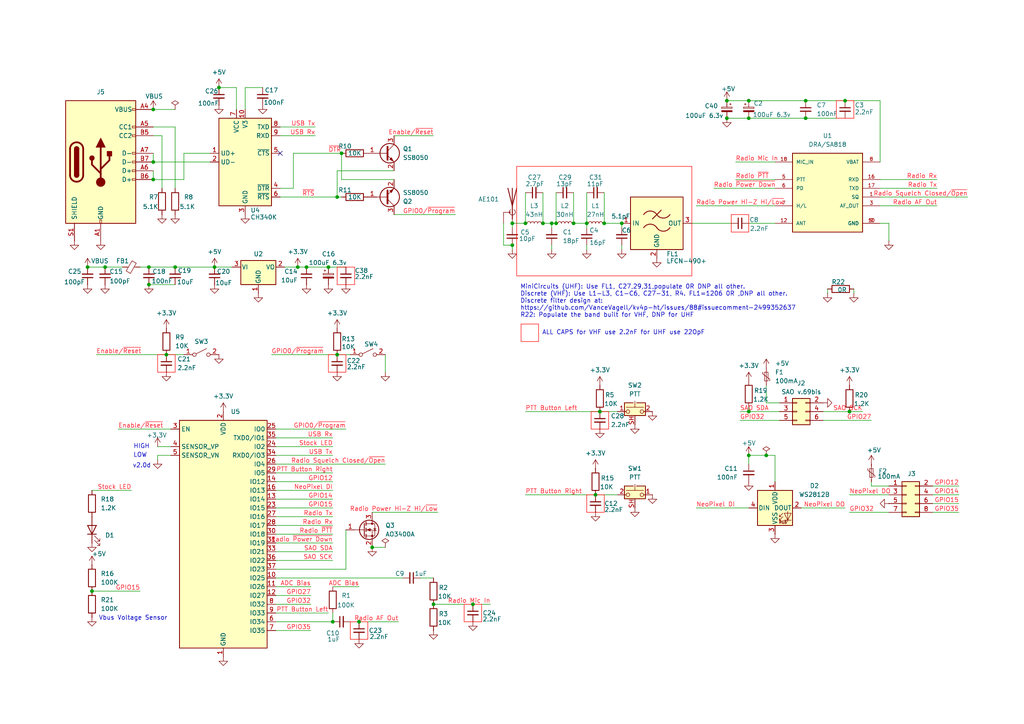
<source format=kicad_sch>
(kicad_sch (version 20250114) (generator "eeschema") (generator_version "9.0")
  (paper "A4")
  (title_block (title "kv4P HT MagSafe") (date "2026-02-14") (rev "revA") (company "VanceVagell") (comment 1 "https://github.com/VanceVagell/kv4p-ht") (comment 2 "v2 hardware by @SmittyHalibut") (comment 3 "MagSafe-version Designed by BI4WMS Labs | Open Source Hardware"))
  (text "MiniCircuits (UHF): Use FL1, C27,29,31,populate 0R DNP all other.\nDiscrete (VHF): Use L1-L3, C1-C6, C27-31, R4. FL1=1206 0R ,DNP all other.\nDiscrete filter design at:\nhttps://github.com/VanceVagell/kv4p-ht/issues/88#issuecomment-2499352637\nR22: Populate the band built for VHF, DNP for UHF" (at 150.876 87.376 0) (effects (font (size 1.27 1.27)) (justify left)))
  (text "ALL CAPS for VHF use 2.2nF for UHF use 22OpF" (at 157.226 96.52 0) (effects (font (size 1.27 1.27)) (justify left)))
  (text "v2.0d" (at 41.148 135.128 0) (effects (font (size 1.27 1.27))))
  (text "LOW" (at 42.672 132.08 0) (effects (font (size 1.27 1.27)) (justify right)))
  (text "HIGH" (at 43.434 129.54 0) (effects (font (size 1.27 1.27)) (justify right)))
  (text "Vbus Voltage Sensor" (at 38.608 179.324 0) (effects (font (size 1.27 1.27))))
  (text_box "" (at 45.72 102.87 0) (size 5.08 5.08) (margins 0.9525 0.9525 0.9525 0.9525) (stroke (width 0) (color 255 5 2 1)) (effects (font (size 1.27 1.27)) (justify left top)))
  (text_box "" (at 95.25 102.87 0) (size 5.08 5.08) (margins 0.9525 0.9525 0.9525 0.9525) (stroke (width 0) (color 255 5 2 1)) (effects (font (size 1.27 1.27)) (justify left top)))
  (text_box "" (at 97.79 77.47 0) (size 5.08 5.08) (margins 0.9525 0.9525 0.9525 0.9525) (stroke (width 0) (color 255 5 2 1)) (effects (font (size 1.27 1.27)) (justify left top)))
  (text_box "" (at 171.45 119.38 0) (size 5.08 5.08) (margins 0.9525 0.9525 0.9525 0.9525) (stroke (width 0) (color 255 5 2 1)) (effects (font (size 1.27 1.27)) (justify left top)))
  (text_box "" (at 149.86 48.26 0) (size 50.8 31.75) (margins 0.9525 0.9525 0.9525 0.9525) (stroke (width 0) (color 255 5 2 1)) (effects (font (size 1.27 1.27)) (justify left top)))
  (text_box "" (at 151.13 93.98 0) (size 5.08 5.08) (margins 0.9525 0.9525 0.9525 0.9525) (stroke (width 0) (color 255 5 2 1)) (effects (font (size 1.27 1.27)) (justify left top)))
  (text_box "" (at 212.09 62.23 0) (size 5.08 5.08) (margins 0.9525 0.9525 0.9525 0.9525) (stroke (width 0) (color 255 5 2 1)) (effects (font (size 1.27 1.27)) (justify left top)))
  (text_box "" (at 101.6 180.34 0) (size 5.08 5.08) (margins 0.9525 0.9525 0.9525 0.9525) (stroke (width 0) (color 255 5 2 1)) (effects (font (size 1.27 1.27)) (justify left top)))
  (text_box "" (at 242.57 29.21 0) (size 5.08 5.08) (margins 0.9525 0.9525 0.9525 0.9525) (stroke (width 0) (color 255 5 2 1)) (effects (font (size 1.27 1.27)) (justify left top)))
  (text_box "" (at 170.18 143.51 0) (size 5.08 5.08) (margins 0.9525 0.9525 0.9525 0.9525) (stroke (width 0) (color 255 5 2 1)) (effects (font (size 1.27 1.27)) (justify left top)))
  (text_box "" (at 134.62 175.26 0) (size 5.08 5.08) (margins 0.9525 0.9525 0.9525 0.9525) (stroke (width 0) (color 255 5 2 1)) (effects (font (size 1.27 1.27)) (justify left top)))
  (junction (at 44.45 52.07))
  (junction (at 97.79 102.87))
  (junction (at 107.95 158.75))
  (junction (at 217.17 34.29))
  (junction (at 97.79 57.15))
  (junction (at 217.17 119.38))
  (junction (at 173.99 119.38))
  (junction (at 180.34 64.77))
  (junction (at 210.82 29.21))
  (junction (at 30.48 77.47))
  (junction (at 99.06 44.45))
  (junction (at 217.17 29.21))
  (junction (at 104.14 180.34))
  (junction (at 157.48 64.77))
  (junction (at 62.23 77.47))
  (junction (at 26.67 171.45))
  (junction (at 175.26 64.77))
  (junction (at 217.17 132.08))
  (junction (at 222.25 132.08))
  (junction (at 148.59 64.77))
  (junction (at 88.9 77.47))
  (junction (at 246.38 119.38))
  (junction (at 137.16 175.26))
  (junction (at 63.5 25.4))
  (junction (at 96.52 180.34))
  (junction (at 172.72 143.51))
  (junction (at 161.29 64.77))
  (junction (at 233.68 34.29))
  (junction (at 245.11 29.21))
  (junction (at 44.45 31.75))
  (junction (at 44.45 46.99))
  (junction (at 152.4 64.77))
  (junction (at 86.36 77.47))
  (junction (at 160.02 64.77))
  (junction (at 25.4 77.47))
  (junction (at 95.25 77.47))
  (junction (at 125.73 175.26))
  (junction (at 43.18 77.47))
  (junction (at 48.26 102.87))
  (junction (at 43.18 82.55))
  (junction (at 233.68 29.21))
  (junction (at 210.82 34.29))
  (junction (at 50.8 77.47))
  (junction (at 148.59 71.12))
  (junction (at 170.18 64.77))
  (junction (at 166.37 64.77))
  (no_connect (at 81.28 44.45))
  (wire (pts (xy 217.17 64.77) (xy 224.79 64.77)))
  (wire (pts (xy 90.17 182.88) (xy 80.01 182.88)))
  (wire (pts (xy 217.17 34.29) (xy 233.68 34.29)))
  (wire (pts (xy 96.52 139.7) (xy 80.01 139.7)))
  (wire (pts (xy 96.52 160.02) (xy 80.01 160.02)))
  (wire (pts (xy 233.68 34.29) (xy 245.11 34.29)))
  (wire (pts (xy 278.13 143.51) (xy 270.51 143.51)))
  (wire (pts (xy 96.52 154.94) (xy 80.01 154.94)))
  (wire (pts (xy 114.3 52.07) (xy 99.06 52.07)))
  (wire (pts (xy 40.64 171.45) (xy 26.67 171.45)))
  (wire (pts (xy 201.93 147.32) (xy 217.17 147.32)))
  (wire (pts (xy 271.78 52.07) (xy 255.27 52.07)))
  (wire (pts (xy 82.55 77.47) (xy 86.36 77.47)))
  (wire (pts (xy 44.45 36.83) (xy 50.8 36.83)))
  (wire (pts (xy 246.38 148.59) (xy 257.81 148.59)))
  (wire (pts (xy 43.18 82.55) (xy 50.8 82.55)))
  (wire (pts (xy 160.02 71.12) (xy 160.02 72.39)))
  (wire (pts (xy 217.17 29.21) (xy 233.68 29.21)))
  (wire (pts (xy 63.5 25.4) (xy 68.58 25.4)))
  (wire (pts (xy 175.26 55.88) (xy 175.26 64.77)))
  (wire (pts (xy 170.18 64.77) (xy 170.18 66.04)))
  (wire (pts (xy 152.4 55.88) (xy 152.4 64.77)))
  (wire (pts (xy 114.3 49.53) (xy 97.79 49.53)))
  (wire (pts (xy 85.09 54.61) (xy 81.28 54.61)))
  (wire (pts (xy 40.64 77.47) (xy 43.18 77.47)))
  (wire (pts (xy 224.79 132.08) (xy 222.25 132.08)))
  (wire (pts (xy 107.95 148.59) (xy 127 148.59)))
  (wire (pts (xy 200.66 64.77) (xy 212.09 64.77)))
  (wire (pts (xy 278.13 148.59) (xy 270.51 148.59)))
  (wire (pts (xy 180.34 64.77) (xy 180.34 66.04)))
  (wire (pts (xy 85.09 44.45) (xy 99.06 44.45)))
  (wire (pts (xy 44.45 31.75) (xy 50.8 31.75)))
  (wire (pts (xy 170.18 55.88) (xy 170.18 64.77)))
  (wire (pts (xy 238.76 119.38) (xy 246.38 119.38)))
  (wire (pts (xy 44.45 52.07) (xy 53.34 52.07)))
  (wire (pts (xy 213.36 46.99) (xy 224.79 46.99)))
  (wire (pts (xy 148.59 72.39) (xy 148.59 71.12)))
  (wire (pts (xy 44.45 44.45) (xy 44.45 46.99)))
  (wire (pts (xy 45.72 133.35) (xy 45.72 132.08)))
  (wire (pts (xy 90.17 175.26) (xy 80.01 175.26)))
  (wire (pts (xy 44.45 39.37) (xy 46.99 39.37)))
  (wire (pts (xy 222.25 116.84) (xy 226.06 116.84)))
  (wire (pts (xy 91.44 39.37) (xy 81.28 39.37)))
  (wire (pts (xy 245.11 29.21) (xy 255.27 29.21)))
  (wire (pts (xy 172.72 143.51) (xy 179.07 143.51)))
  (wire (pts (xy 96.52 157.48) (xy 80.01 157.48)))
  (wire (pts (xy 252.73 140.97) (xy 257.81 140.97)))
  (wire (pts (xy 85.09 54.61) (xy 85.09 44.45)))
  (wire (pts (xy 137.16 175.26) (xy 142.24 175.26)))
  (wire (pts (xy 80.01 177.8) (xy 95.25 177.8)))
  (wire (pts (xy 245.11 147.32) (xy 232.41 147.32)))
  (wire (pts (xy 99.06 52.07) (xy 99.06 44.45)))
  (wire (pts (xy 88.9 77.47) (xy 95.25 77.47)))
  (wire (pts (xy 50.8 77.47) (xy 62.23 77.47)))
  (wire (pts (xy 78.74 102.87) (xy 97.79 102.87)))
  (wire (pts (xy 101.6 180.34) (xy 104.14 180.34)))
  (wire (pts (xy 46.99 54.61) (xy 46.99 39.37)))
  (wire (pts (xy 214.63 121.92) (xy 226.06 121.92)))
  (wire (pts (xy 53.34 44.45) (xy 53.34 52.07)))
  (wire (pts (xy 97.79 102.87) (xy 101.6 102.87)))
  (wire (pts (xy 161.29 55.88) (xy 161.29 64.77)))
  (wire (pts (xy 224.79 139.7) (xy 224.79 132.08)))
  (wire (pts (xy 96.52 127) (xy 80.01 127)))
  (wire (pts (xy 210.82 34.29) (xy 217.17 34.29)))
  (wire (pts (xy 97.79 57.15) (xy 99.06 57.15)))
  (wire (pts (xy 71.12 31.75) (xy 71.12 25.4)))
  (wire (pts (xy 175.26 64.77) (xy 180.34 64.77)))
  (wire (pts (xy 91.44 36.83) (xy 81.28 36.83)))
  (wire (pts (xy 80.01 180.34) (xy 96.52 180.34)))
  (wire (pts (xy 157.48 64.77) (xy 160.02 64.77)))
  (wire (pts (xy 170.18 71.12) (xy 170.18 72.39)))
  (wire (pts (xy 148.59 64.77) (xy 152.4 64.77)))
  (wire (pts (xy 152.4 119.38) (xy 173.99 119.38)))
  (wire (pts (xy 210.82 29.21) (xy 217.17 29.21)))
  (wire (pts (xy 233.68 29.21) (xy 245.11 29.21)))
  (wire (pts (xy 160.02 64.77) (xy 161.29 64.77)))
  (wire (pts (xy 96.52 147.32) (xy 80.01 147.32)))
  (wire (pts (xy 114.3 62.23) (xy 132.08 62.23)))
  (wire (pts (xy 68.58 31.75) (xy 68.58 25.4)))
  (wire (pts (xy 121.92 167.64) (xy 125.73 167.64)))
  (wire (pts (xy 278.13 146.05) (xy 270.51 146.05)))
  (wire (pts (xy 246.38 143.51) (xy 257.81 143.51)))
  (wire (pts (xy 30.48 77.47) (xy 35.56 77.47)))
  (wire (pts (xy 104.14 180.34) (xy 115.57 180.34)))
  (wire (pts (xy 173.99 119.38) (xy 179.07 119.38)))
  (wire (pts (xy 217.17 118.11) (xy 217.17 119.38)))
  (wire (pts (xy 96.52 132.08) (xy 80.01 132.08)))
  (wire (pts (xy 180.34 71.12) (xy 180.34 72.39)))
  (wire (pts (xy 160.02 64.77) (xy 160.02 66.04)))
  (wire (pts (xy 217.17 132.08) (xy 222.25 132.08)))
  (wire (pts (xy 96.52 152.4) (xy 80.01 152.4)))
  (wire (pts (xy 280.67 57.15) (xy 255.27 57.15)))
  (wire (pts (xy 148.59 66.04) (xy 148.59 64.77)))
  (wire (pts (xy 146.05 64.77) (xy 146.05 71.12)))
  (wire (pts (xy 240.03 85.09) (xy 240.03 83.82)))
  (wire (pts (xy 257.81 64.77) (xy 257.81 69.85)))
  (wire (pts (xy 214.63 119.38) (xy 217.17 119.38)))
  (wire (pts (xy 48.26 102.87) (xy 53.34 102.87)))
  (wire (pts (xy 96.52 177.8) (xy 96.52 180.34)))
  (wire (pts (xy 166.37 64.77) (xy 170.18 64.77)))
  (wire (pts (xy 45.72 132.08) (xy 49.53 132.08)))
  (wire (pts (xy 271.78 54.61) (xy 255.27 54.61)))
  (wire (pts (xy 80.01 167.64) (xy 116.84 167.64)))
  (wire (pts (xy 252.73 121.92) (xy 238.76 121.92)))
  (wire (pts (xy 255.27 64.77) (xy 257.81 64.77)))
  (wire (pts (xy 207.01 54.61) (xy 224.79 54.61)))
  (wire (pts (xy 96.52 137.16) (xy 80.01 137.16)))
  (wire (pts (xy 80.01 165.1) (xy 100.33 165.1)))
  (wire (pts (xy 125.73 175.26) (xy 137.16 175.26)))
  (wire (pts (xy 217.17 119.38) (xy 226.06 119.38)))
  (wire (pts (xy 96.52 142.24) (xy 80.01 142.24)))
  (wire (pts (xy 34.29 124.46) (xy 49.53 124.46)))
  (wire (pts (xy 247.65 83.82) (xy 247.65 85.09)))
  (wire (pts (xy 80.01 172.72) (xy 90.17 172.72)))
  (wire (pts (xy 217.17 132.08) (xy 217.17 134.62)))
  (wire (pts (xy 44.45 49.53) (xy 44.45 52.07)))
  (wire (pts (xy 25.4 77.47) (xy 30.48 77.47)))
  (wire (pts (xy 43.18 77.47) (xy 50.8 77.47)))
  (wire (pts (xy 252.73 139.7) (xy 252.73 140.97)))
  (wire (pts (xy 271.78 59.69) (xy 255.27 59.69)))
  (wire (pts (xy 278.13 140.97) (xy 270.51 140.97)))
  (wire (pts (xy 255.27 46.99) (xy 255.27 29.21)))
  (wire (pts (xy 62.23 77.47) (xy 67.31 77.47)))
  (wire (pts (xy 222.25 111.76) (xy 222.25 116.84)))
  (wire (pts (xy 96.52 144.78) (xy 80.01 144.78)))
  (wire (pts (xy 111.76 102.87) (xy 111.76 107.95)))
  (wire (pts (xy 26.67 142.24) (xy 38.1 142.24)))
  (wire (pts (xy 246.38 119.38) (xy 250.19 119.38)))
  (wire (pts (xy 146.05 71.12) (xy 148.59 71.12)))
  (wire (pts (xy 96.52 149.86) (xy 80.01 149.86)))
  (wire (pts (xy 44.45 46.99) (xy 60.96 46.99)))
  (wire (pts (xy 114.3 39.37) (xy 125.73 39.37)))
  (wire (pts (xy 50.8 54.61) (xy 50.8 36.83)))
  (wire (pts (xy 27.94 102.87) (xy 48.26 102.87)))
  (wire (pts (xy 213.36 52.07) (xy 224.79 52.07)))
  (wire (pts (xy 100.33 165.1) (xy 100.33 153.67)))
  (wire (pts (xy 97.79 49.53) (xy 97.79 57.15)))
  (wire (pts (xy 96.52 129.54) (xy 80.01 129.54)))
  (wire (pts (xy 60.96 44.45) (xy 53.34 44.45)))
  (wire (pts (xy 90.17 170.18) (xy 80.01 170.18)))
  (wire (pts (xy 107.95 158.75) (xy 111.76 158.75)))
  (wire (pts (xy 157.48 55.88) (xy 157.48 64.77)))
  (wire (pts (xy 166.37 55.88) (xy 166.37 64.77)))
  (wire (pts (xy 172.72 143.51) (xy 152.4 143.51)))
  (wire (pts (xy 86.36 77.47) (xy 88.9 77.47)))
  (wire (pts (xy 96.52 162.56) (xy 80.01 162.56)))
  (wire (pts (xy 80.01 124.46) (xy 100.33 124.46)))
  (wire (pts (xy 80.01 134.62) (xy 111.76 134.62)))
  (wire (pts (xy 201.93 59.69) (xy 224.79 59.69)))
  (wire (pts (xy 104.14 170.18) (xy 96.52 170.18)))
  (wire (pts (xy 71.12 25.4) (xy 76.2 25.4)))
  (wire (pts (xy 95.25 77.47) (xy 100.33 77.47)))
  (wire (pts (xy 45.72 129.54) (xy 49.53 129.54)))
  (wire (pts (xy 81.28 57.15) (xy 97.79 57.15)))
  (label "PTT Button Left" (at 95.25 177.8 180))
  (label "GPIO15" (at 96.52 147.32 180))
  (label "Enable{slash}~{Reset}" (at 27.94 102.87 0))
  (label "Radio ~{PTT}" (at 213.36 52.07 0))
  (label "USB Rx" (at 91.44 39.37 180))
  (label "Radio Mic In" (at 142.24 175.26 180))
  (label "Stock LED" (at 96.52 129.54 180))
  (label "USB Tx" (at 91.44 36.83 180))
  (label "USB Rx" (at 96.52 127 180))
  (label "GPIO32" (at 90.17 175.26 180))
  (label "SAO SDA" (at 214.63 119.38 0))
  (label "Radio AF Out" (at 271.78 59.69 180))
  (label "Radio ~{Power Down}" (at 96.52 157.48 180))
  (label "Stock LED" (at 38.1 142.24 180))
  (label "NeoPixel DO" (at 246.38 143.51 0))
  (label "NeoPixel DI" (at 201.93 147.32 0))
  (label "Radio Squelch Closed{slash}~{Open}" (at 280.67 57.15 180))
  (label "GPIO35" (at 278.13 148.59 180))
  (label "Radio Tx" (at 271.78 54.61 180))
  (label "Radio AF Out" (at 115.57 180.34 180))
  (label "Radio Rx" (at 271.78 52.07 180))
  (label "GPIO14" (at 96.52 144.78 180))
  (label "GPIO0{slash}~{Program}" (at 132.08 62.23 180))
  (label "~{RTS}" (at 87.63 57.15 0))
  (label "GPIO15" (at 278.13 146.05 180))
  (label "Radio Squelch Closed{slash}~{Open}" (at 111.76 134.62 180))
  (label "GPIO12" (at 96.52 139.7 180))
  (label "Radio Power Hi-Z Hi{slash}~{Low}" (at 127 148.59 180))
  (label "SAO SCK" (at 96.52 162.56 180))
  (label "PTT Button Left" (at 152.4 119.38 0))
  (label "ADC Bias" (at 104.14 170.18 180))
  (label "Radio Power Hi-Z Hi{slash}~{Low}" (at 201.93 59.69 0))
  (label "USB Tx" (at 96.52 132.08 180))
  (label "Radio Rx" (at 96.52 152.4 180))
  (label "Enable{slash}~{Reset}" (at 34.29 124.46 0))
  (label "SAO SCK" (at 250.19 119.38 180))
  (label "GPIO0{slash}~{Program}" (at 100.33 124.46 180))
  (label "GPIO27" (at 252.73 121.92 180))
  (label "Enable{slash}~{Reset}" (at 125.73 39.37 180))
  (label "SAO SDA" (at 96.52 160.02 180))
  (label "NeoPixel DI" (at 96.52 142.24 180))
  (label "~{DTR}" (at 95.25 44.45 0))
  (label "GPIO0{slash}~{Program}" (at 78.74 102.87 0))
  (label "Radio Tx" (at 96.52 149.86 180))
  (label "GPIO35" (at 90.17 182.88 180))
  (label "GPIO12" (at 278.13 140.97 180))
  (label "Radio ~{Power Down}" (at 207.01 54.61 0))
  (label "ADC Bias" (at 90.17 170.18 180))
  (label "Radio ~{PTT}" (at 96.52 154.94 180))
  (label "GPIO27" (at 90.17 172.72 180))
  (label "PTT Button Right" (at 152.4 143.51 0))
  (label "Radio Mic In" (at 213.36 46.99 0))
  (label "GPIO32" (at 246.38 148.59 0))
  (label "PTT Button Right" (at 96.52 137.16 180))
  (label "GPIO32" (at 214.63 121.92 0))
  (label "NeoPixel DO" (at 245.11 147.32 180))
  (label "GPIO14" (at 278.13 143.51 180))
  (label "GPIO15" (at 40.64 171.45 180))
  (symbol (lib_id "Device:C_Small") (at 173.99 121.92 0) (unit 1)
    (property "Reference" "C28" (at 177.165 120.6562 0) (effects (justify left)))
    (property "Value" "2.2nF" (at 177.165 123.1962 0) (effects (justify left)))
    (property "Footprint" "Capacitor_SMD:C_0402_1005Metric" (effects (hide yes)))
    (property "Description" "Unpolarized capacitor, small symbol" (effects (hide yes)))
    (property "LCSC" "C2168957" (effects (hide yes)))
    (property "Manufacturer" "Murata" (effects (hide yes)))
    (property "Part Number" "GCM1885C1H222FA16D" (effects (hide yes)))
    (property "Alternate LCSC" "C882578, C2168957" (effects (hide yes)))
  )
  (symbol (lib_id "Device:R") (at 172.72 139.7 0) (unit 1)
    (property "Reference" "R15" (at 174.244 138.684 0) (effects (justify left)))
    (property "Value" "10K" (at 173.99 141.224 0) (effects (justify left)))
    (property "Footprint" "Resistor_SMD:R_0402_1005Metric" (effects (hide yes)))
    (property "Description" "Resistor" (effects (hide yes)))
  )
  (symbol (lib_id "power:GND") (at 172.72 148.59 0) (unit 1)
    (property "Reference" "#PWR27" (effects (hide yes)))
    (property "Value" "GND" (effects (hide yes)))
    (property "Description" "Power symbol creates a global label with name \"GND\" , ground" (effects (hide yes)))
  )
  (symbol (lib_id "Device:L_Small") (at 154.94 64.77 90) (unit 1)
    (property "Reference" "L3" (at 154.94 59.69 90))
    (property "Value" "43nH" (at 154.94 62.23 90))
    (property "Footprint" "Inductor_SMD:L_0603_1608Metric" (effects (hide yes)))
    (property "LCSC" "C1330253" (effects (hide yes)))
    (property "Part Number" "LQW2BAN43NG00L" (effects (hide yes)))
    (property "Alternate LCSC" "C1330253 (0805), C574016 (0603)" (effects (hide yes)))
  )
  (symbol (lib_id "power:GND") (at 26.67 157.48 0) (unit 1)
    (property "Reference" "#PWR53" (effects (hide yes)))
    (property "Value" "GND" (effects (hide yes)))
    (property "Description" "Power symbol creates a global label with name \"GND\" , ground" (effects (hide yes)))
  )
  (symbol (lib_id "power:+5V") (at 217.17 132.08 0) (unit 1)
    (property "Reference" "#PWR014" (effects (hide yes)))
    (property "Value" "+5V" (at 215.138 128.524 0) (effects (justify left)))
    (property "Description" "Power symbol creates a global label with name \"+5V\"" (effects (hide yes)))
  )
  (symbol (lib_id "Device:C_Small") (at 88.9 80.01 0) (mirror x) (unit 1)
    (property "Reference" "C14" (at 86.36 78.7335 0) (effects (justify right)))
    (property "Value" "10uF" (at 86.36 81.2735 0) (effects (justify right)))
    (property "Footprint" "Capacitor_SMD:C_0603_1608Metric" (effects (hide yes)))
    (property "Description" "Unpolarized capacitor, small symbol" (effects (hide yes)))
    (property "LCSC" "C15850" (effects (hide yes)))
  )
  (symbol (lib_id "Device:C_Polarized_Small") (at 95.25 80.01 0) (unit 1)
    (property "Reference" "C16" (at 93.345 73.66 0) (effects (justify left)))
    (property "Value" "100uF 6.3v" (at 89.535 76.2 0) (effects (justify left)))
    (property "Footprint" "Capacitor_SMD:C_1206_3216Metric" (effects (hide yes)))
    (property "Description" "Polarized capacitor, small symbol" (effects (hide yes)))
    (property "LCSC" "C16133" (effects (hide yes)))
    (property "FT Rotation Offset" "180" (effects (hide yes)))
  )
  (symbol (lib_id "Device:C_Small") (at 160.02 68.58 180) (unit 1)
    (property "Reference" "C1" (at 163.195 67.3035 0) (effects (justify right)))
    (property "Value" "18pF" (at 163.195 69.8435 0) (effects (justify right)))
    (property "Footprint" "Capacitor_SMD:C_0402_1005Metric" (effects (hide yes)))
    (property "LCSC" "C1549" (effects (hide yes)))
    (property "Part Number" "Ya basic." (effects (hide yes)))
  )
  (symbol (lib_id "RF_Module:ESP32-WROOM-32E") (at 64.77 154.94 0) (unit 1)
    (property "Reference" "U5" (at 66.9133 119.38 0) (effects (justify left)))
    (property "Value" "ESP32-WROOM-32E-N4" (effects (hide yes)))
    (property "Footprint" "Library:ESP32-WROOM-32D" (effects (hide yes)))
    (property "Datasheet" "https://www.espressif.com/sites/default/files/documentation/esp32-wroom-32e_esp32-wroom-32ue_datasheet_en.pdf" (effects (hide yes)))
    (property "Description" "RF Module, ESP32-D0WD-V3 SoC, without PSRAM, Wi-Fi 802.11b/g/n, Bluetooth, BLE, 32-bit, 2.7-3.6V, onboard antenna, SMD" (effects (hide yes)))
    (property "LCSC" "C701341" (effects (hide yes)))
    (property "Alternate LCSC" "C3013935 (-H4 high temp), C701342 (-N8 8M RAM), C701343 (-N16 16M RAM)" (effects (hide yes)))
    (property "FT Rotation Offset" "-90" (effects (hide yes)))
    (property "FT Position Offset" "0.0,-0.77" (effects (hide yes)))
  )
  (symbol (lib_id "Regulator_Linear:AZ1117-3.3") (at 74.93 77.47 0) (unit 1)
    (property "Reference" "U2" (at 74.93 73.66 0))
    (property "Value" "AZ1117H-3.3TRG1" (effects (hide yes)))
    (property "Footprint" "Package_TO_SOT_SMD:SOT-223-3_TabPin2" (effects (hide yes)))
    (property "Datasheet" "https://www.diodes.com/assets/Datasheets/AZ1117.pdf" (effects (hide yes)))
    (property "Description" "1A 20V Fixed LDO Linear Regulator, 3.3V, SOT-89/SOT-223/TO-220/TO-252/TO-263" (effects (hide yes)))
    (property "LCSC" "C110474" (effects (hide yes)))
  )
  (symbol (lib_id "Connector_Generic:Conn_02x03_Odd_Even") (at 231.14 119.38 0) (unit 1)
    (property "Reference" "J2" (at 232.41 111.125 0))
    (property "Value" "SAO v.69bis" (at 232.41 113.665 0))
    (property "Footprint" "Connector_PinHeader_2.54mm:PinHeader_2x03_P2.54mm_Vertical_SMD" (effects (hide yes)))
    (property "Description" "Generic connector, double row, 02x03, odd/even pin numbering scheme (row 1 odd numbers, row 2 even numbers), script generated (kicad-library-utils/schlib/autogen/connector/)" (effects (hide yes)))
    (property "LCSC" "C192301" (effects (hide yes)))
    (property "Alternate LCSC" "C3152771" (effects (hide yes)))
    (property "FT Rotation Offset" "90" (effects (hide yes)))
  )
  (symbol (lib_id "power:+5V") (at 62.23 77.47 0) (unit 1)
    (property "Reference" "#PWR045" (effects (hide yes)))
    (property "Value" "+5V" (at 62.23 73.025 0))
    (property "Description" "Power symbol creates a global label with name \"+5V\"" (effects (hide yes)))
  )
  (symbol (lib_id "power:GND") (at 184.15 147.32 0) (unit 1)
    (property "Reference" "#PWR55" (effects (hide yes)))
    (property "Value" "GND" (effects (hide yes)))
    (property "Description" "Power symbol creates a global label with name \"GND\" , ground" (effects (hide yes)))
  )
  (symbol (lib_id "Device:R") (at 125.73 179.07 0) (unit 1)
    (property "Reference" "R3" (at 127.254 178.054 0) (effects (justify left)))
    (property "Value" "10K" (at 127 180.594 0) (effects (justify left)))
    (property "Footprint" "Resistor_SMD:R_0402_1005Metric" (effects (hide yes)))
    (property "Description" "Resistor" (effects (hide yes)))
  )
  (symbol (lib_id "power:+5V") (at 210.82 29.21 0) (mirror y) (unit 1)
    (property "Reference" "#PWR72" (effects (hide yes)))
    (property "Value" "+5V" (at 209.169 25.781 0) (effects (justify right)))
    (property "Description" "Power symbol creates a global label with name \"+5V\"" (effects (hide yes)))
  )
  (symbol (lib_id "Device:R") (at 217.17 114.3 0) (unit 1)
    (property "Reference" "R19" (at 218.694 113.284 0) (effects (justify left)))
    (property "Value" "1.2K" (at 218.44 115.824 0) (effects (justify left)))
    (property "Footprint" "Resistor_SMD:R_0402_1005Metric" (effects (hide yes)))
    (property "Description" "Resistor" (effects (hide yes)))
  )
  (symbol (lib_id "power:+5V") (at 26.67 163.83 0) (unit 1)
    (property "Reference" "#PWR066" (effects (hide yes)))
    (property "Value" "+5V" (at 26.6701 160.655 0) (effects (justify left)))
    (property "Description" "Power symbol creates a global label with name \"+5V\"" (effects (hide yes)))
  )
  (symbol (lib_id "power:GND") (at 111.76 107.95 0) (unit 1)
    (property "Reference" "#PWR047" (effects (hide yes)))
    (property "Value" "GND" (effects (hide yes)))
    (property "Description" "Power symbol creates a global label with name \"GND\" , ground" (effects (hide yes)))
  )
  (symbol (lib_id "power:+3.3V") (at 172.72 135.89 0) (unit 1)
    (property "Reference" "#PWR10" (effects (hide yes)))
    (property "Value" "+3.3V" (at 172.72 131.445 0))
    (property "Description" "Power symbol creates a global label with name \"+3.3V\"" (effects (hide yes)))
  )
  (symbol (lib_id "Device:C_Small") (at 172.72 55.88 90) (mirror x) (unit 1)
    (property "Reference" "C31" (at 170.815 51.435 90) (effects (justify right)))
    (property "Value" "11pF" (at 170.18 53.34 90) (effects (justify right)))
    (property "Footprint" "Capacitor_SMD:C_0402_1005Metric" (effects (hide yes)))
    (property "LCSC" "C527000" (effects (hide yes)))
  )
  (symbol (lib_id "Device:R") (at 48.26 99.06 0) (unit 1)
    (property "Reference" "R9" (at 50.8 97.7899 0) (effects (justify left)))
    (property "Value" "10K" (at 50.8 100.3299 0) (effects (justify left)))
    (property "Footprint" "Resistor_SMD:R_0402_1005Metric" (effects (hide yes)))
    (property "Description" "Resistor" (effects (hide yes)))
  )
  (symbol (lib_id "power:VBUS") (at 44.45 31.75 0) (unit 1)
    (property "Reference" "#PWR043" (effects (hide yes)))
    (property "Value" "VBUS" (at 44.704 27.94 0))
    (property "Description" "Power symbol creates a global label with name \"VBUS\"" (effects (hide yes)))
  )
  (symbol (lib_id "power:+3.3V") (at 48.26 95.25 0) (unit 1)
    (property "Reference" "#PWR048" (effects (hide yes)))
    (property "Value" "+3.3V" (at 48.26 90.805 0))
    (property "Description" "Power symbol creates a global label with name \"+3.3V\"" (effects (hide yes)))
  )
  (symbol (lib_id "power:GND") (at 100.33 82.55 0) (unit 1)
    (property "Reference" "#PWR56" (effects (hide yes)))
    (property "Value" "GND" (effects (hide yes)))
    (property "Description" "Power symbol creates a global label with name \"GND\" , ground" (effects (hide yes)))
  )
  (symbol (lib_id "power:+5V") (at 63.5 25.4 0) (unit 1)
    (property "Reference" "#PWR25" (effects (hide yes)))
    (property "Value" "+5V" (at 63.5 20.955 0))
    (property "Description" "Power symbol creates a global label with name \"+5V\"" (effects (hide yes)))
  )
  (symbol (lib_id "Device:L_Small") (at 172.72 64.77 90) (unit 1)
    (property "Reference" "L1" (at 172.72 59.69 90))
    (property "Value" "27nH" (at 172.72 62.23 90))
    (property "Footprint" "Inductor_SMD:L_0603_1608Metric" (effects (hide yes)))
    (property "LCSC" "C1330812" (effects (hide yes)))
    (property "Part Number" "LQW2BAN27NJ00L" (effects (hide yes)))
  )
  (symbol (lib_id "power:GND") (at 63.5 102.87 0) (unit 1)
    (property "Reference" "#PWR046" (effects (hide yes)))
    (property "Value" "GND" (effects (hide yes)))
    (property "Description" "Power symbol creates a global label with name \"GND\" , ground" (effects (hide yes)))
  )
  (symbol (lib_id "power:GND") (at 190.5 74.93 0) (unit 1)
    (property "Reference" "#PWR18" (effects (hide yes)))
    (property "Value" "GND" (effects (hide yes)))
    (property "Description" "Power symbol creates a global label with name \"GND\" , ground" (effects (hide yes)))
  )
  (symbol (lib_id "power:GND") (at 95.25 82.55 0) (unit 1)
    (property "Reference" "#PWR032" (effects (hide yes)))
    (property "Value" "GND" (effects (hide yes)))
    (property "Description" "Power symbol creates a global label with name \"GND\" , ground" (effects (hide yes)))
  )
  (symbol (lib_id "Device:C_Small") (at 214.63 64.77 90) (unit 1)
    (property "Reference" "C8" (at 218.694 63.754 90))
    (property "Value" "2.2nF" (at 220.218 66.294 90))
    (property "Footprint" "Capacitor_SMD:C_0402_1005Metric" (effects (hide yes)))
    (property "Description" "Unpolarized capacitor, small symbol" (effects (hide yes)))
    (property "LCSC" "C2168957" (effects (hide yes)))
    (property "Manufacturer" "Murata" (effects (hide yes)))
    (property "Part Number" "GCM1885C1H222FA16D" (effects (hide yes)))
    (property "Alternate LCSC" "C882578, C2168957" (effects (hide yes)))
  )
  (symbol (lib_id "Device:Antenna_Shield") (at 148.59 59.69 0) (mirror y) (unit 1)
    (property "Reference" "AE101" (at 144.78 57.7849 0) (effects (justify left)))
    (property "Value" "Antenna_Shield" (effects (hide yes)))
    (property "Footprint" "Connector_Coaxial:SMA_BAT_Wireless_BWSMA-KWE-Z001" (effects (hide yes)))
    (property "Description" "Antenna with extra pin for shielding" (effects (hide yes)))
  )
  (symbol (lib_id "Device:C_Small") (at 30.48 80.01 180) (unit 1)
    (property "Reference" "C15" (at 31.75 78.74 0) (effects (justify right)))
    (property "Value" "100pF" (at 31.75 81.534 0) (effects (justify right)))
    (property "Footprint" "Capacitor_SMD:C_0402_1005Metric" (effects (hide yes)))
    (property "Description" "Unpolarized capacitor, small symbol" (effects (hide yes)))
    (property "LCSC" "C14858" (effects (hide yes)))
  )
  (symbol (lib_id "Device:R") (at 125.73 171.45 0) (unit 1)
    (property "Reference" "R2" (at 127.254 170.434 0) (effects (justify left)))
    (property "Value" "10K" (at 127 172.974 0) (effects (justify left)))
    (property "Footprint" "Resistor_SMD:R_0402_1005Metric" (effects (hide yes)))
    (property "Description" "Resistor" (effects (hide yes)))
  )
  (symbol (lib_id "Device:R") (at 173.99 115.57 0) (unit 1)
    (property "Reference" "R5" (at 175.514 114.554 0) (effects (justify left)))
    (property "Value" "10K" (at 175.26 117.094 0) (effects (justify left)))
    (property "Footprint" "Resistor_SMD:R_0402_1005Metric" (effects (hide yes)))
    (property "Description" "Resistor" (effects (hide yes)))
  )
  (symbol (lib_id "power:GND") (at 238.76 116.84 90) (mirror x) (unit 1)
    (property "Reference" "#PWR63" (effects (hide yes)))
    (property "Value" "GND" (effects (hide yes)))
    (property "Description" "Power symbol creates a global label with name \"GND\" , ground" (effects (hide yes)))
  )
  (symbol (lib_id "Device:R") (at 46.99 58.42 0) (unit 1)
    (property "Reference" "R7" (at 43.18 57.15 0) (effects (justify left)))
    (property "Value" "5.1K" (at 41.402 59.944 0) (effects (justify left)))
    (property "Footprint" "Resistor_SMD:R_0402_1005Metric" (effects (hide yes)))
    (property "Description" "Resistor" (effects (hide yes)))
  )
  (symbol (lib_id "power:GND") (at 160.02 72.39 0) (unit 1)
    (property "Reference" "#PWR07" (effects (hide yes)))
    (property "Value" "GND" (effects (hide yes)))
    (property "Description" "Power symbol creates a global label with name \"GND\" , ground" (effects (hide yes)))
  )
  (symbol (lib_id "Device:LED") (at 26.67 153.67 90) (unit 1)
    (property "Reference" "D1" (at 30.48 155.2574 90) (effects (justify right)))
    (property "Value" "RED" (effects (hide yes)))
    (property "Footprint" "LED_SMD:LED_0603_1608Metric" (effects (hide yes)))
    (property "Description" "Light emitting diode" (effects (hide yes)))
    (property "Sim.Pins" "1=K 2=A" (effects (hide yes)))
  )
  (symbol (lib_id "Device:C_Small") (at 148.59 68.58 180) (unit 1)
    (property "Reference" "C5" (at 150.9141 67.3614 0) (effects (justify right)))
    (property "Value" "10pF" (at 150.495 69.215 0) (effects (justify right)))
    (property "Footprint" "Capacitor_SMD:C_0402_1005Metric" (effects (hide yes)))
    (property "LCSC" "C32949" (effects (hide yes)))
    (property "Part Number" "Ya so basic." (effects (hide yes)))
  )
  (symbol (lib_id "Device:R") (at 246.38 115.57 0) (unit 1)
    (property "Reference" "R20" (at 247.904 114.554 0) (effects (justify left)))
    (property "Value" "1.2K" (at 247.65 117.094 0) (effects (justify left)))
    (property "Footprint" "Resistor_SMD:R_0402_1005Metric" (effects (hide yes)))
    (property "Description" "Resistor" (effects (hide yes)))
  )
  (symbol (lib_name "AO3400A_1") (lib_id "Transistor_FET:AO3400A") (at 105.41 153.67 0) (unit 1)
    (property "Reference" "Q3" (at 111.76 152.3999 0) (effects (justify left)))
    (property "Value" "AO3400A" (at 111.76 154.9399 0) (effects (justify left)))
    (property "Footprint" "Package_TO_SOT_SMD:SOT-23" (effects (hide yes)))
    (property "Datasheet" "http://www.aosmd.com/pdfs/datasheet/AO3400A.pdf" (effects (hide yes)))
    (property "Description" "30V Vds, 5.7A Id, N-Channel MOSFET, SOT-23" (effects (hide yes)))
  )
  (symbol (lib_id "power:GND") (at 62.23 82.55 0) (unit 1)
    (property "Reference" "#PWR029" (effects (hide yes)))
    (property "Value" "GND" (effects (hide yes)))
    (property "Description" "Power symbol creates a global label with name \"GND\" , ground" (effects (hide yes)))
  )
  (symbol (lib_id "power:GND") (at 76.2 30.48 0) (unit 1)
    (property "Reference" "#PWR033" (effects (hide yes)))
    (property "Value" "GND" (effects (hide yes)))
    (property "Description" "Power symbol creates a global label with name \"GND\" , ground" (effects (hide yes)))
  )
  (symbol (lib_id "power:GND") (at 46.99 62.23 0) (unit 1)
    (property "Reference" "#PWR041" (effects (hide yes)))
    (property "Value" "GND" (effects (hide yes)))
    (property "Description" "Power symbol creates a global label with name \"GND\" , ground" (effects (hide yes)))
  )
  (symbol (lib_id "power:GND") (at 125.73 182.88 0) (unit 1)
    (property "Reference" "#PWR012" (effects (hide yes)))
    (property "Value" "GND" (effects (hide yes)))
    (property "Description" "Power symbol creates a global label with name \"GND\" , ground" (effects (hide yes)))
  )
  (symbol (lib_id "power:+3.3V") (at 97.79 95.25 0) (unit 1)
    (property "Reference" "#PWR049" (effects (hide yes)))
    (property "Value" "+3.3V" (at 97.79 90.805 0))
    (property "Description" "Power symbol creates a global label with name \"+3.3V\"" (effects (hide yes)))
  )
  (symbol (lib_id "power:GND") (at 184.15 123.19 0) (unit 1)
    (property "Reference" "#PWR54" (effects (hide yes)))
    (property "Value" "GND" (effects (hide yes)))
    (property "Description" "Power symbol creates a global label with name \"GND\" , ground" (effects (hide yes)))
  )
  (symbol (lib_id "power:GND") (at 63.5 30.48 0) (unit 1)
    (property "Reference" "#PWR26" (effects (hide yes)))
    (property "Value" "GND" (effects (hide yes)))
    (property "Description" "Power symbol creates a global label with name \"GND\" , ground" (effects (hide yes)))
  )
  (symbol (lib_id "Device:R") (at 243.84 83.82 90) (unit 1)
    (property "Reference" "R22" (at 245.11 81.788 90) (effects (justify left)))
    (property "Value" "0R" (at 245.618 84.074 90) (effects (justify left)))
    (property "Footprint" "Resistor_SMD:R_0402_1005Metric" (effects (hide yes)))
    (property "Description" "Resistor" (effects (hide yes)))
  )
  (symbol (lib_id "power:GND") (at 50.8 62.23 0) (unit 1)
    (property "Reference" "#PWR040" (effects (hide yes)))
    (property "Value" "GND" (effects (hide yes)))
    (property "Description" "Power symbol creates a global label with name \"GND\" , ground" (effects (hide yes)))
  )
  (symbol (lib_id "power:+3.3V") (at 45.72 129.54 0) (unit 1)
    (property "Reference" "#PWR064" (effects (hide yes)))
    (property "Value" "+3.3V" (at 45.466 126.238 0))
    (property "Description" "Power symbol creates a global label with name \"+3.3V\"" (effects (hide yes)))
  )
  (symbol (lib_id "Interface_USB:CH340K") (at 71.12 46.99 0) (unit 1)
    (property "Reference" "U4" (at 72.644 60.96 0) (effects (justify left)))
    (property "Value" "CH340K" (at 72.644 62.992 0) (effects (justify left)))
    (property "Footprint" "Package_SO:SSOP-10-1EP_3.9x4.9mm_P1mm_EP2.1x3.3mm" (effects (hide yes)))
    (property "Datasheet" "https://cdn.sparkfun.com/assets/5/0/a/8/5/CH340DS1.PDF" (effects (hide yes)))
    (property "Description" "USB serial converter, UART, SSOP-10" (effects (hide yes)))
  )
  (symbol (lib_id "power:+5V") (at 252.73 134.62 0) (unit 1)
    (property "Reference" "#PWR70" (effects (hide yes)))
    (property "Value" "+5V" (at 251.46 130.556 0) (effects (justify left)))
    (property "Description" "Power symbol creates a global label with name \"+5V\"" (effects (hide yes)))
  )
  (symbol (lib_id "power:GND") (at 45.72 133.35 0) (unit 1)
    (property "Reference" "#PWR065" (effects (hide yes)))
    (property "Value" "GND" (effects (hide yes)))
    (property "Description" "Power symbol creates a global label with name \"GND\" , ground" (effects (hide yes)))
  )
  (symbol (lib_id "Device:L_Small") (at 163.83 64.77 90) (unit 1)
    (property "Reference" "L2" (at 163.83 59.69 90))
    (property "Value" "30nH" (at 163.83 62.23 90))
    (property "Footprint" "Inductor_SMD:L_0603_1608Metric" (effects (hide yes)))
    (property "LCSC" "C3221803" (effects (hide yes)))
    (property "Part Number" "LQW2BAN30NG00L" (effects (hide yes)))
    (property "Alternate LCSC" "C3221803, C5137205" (effects (hide yes)))
  )
  (symbol (lib_id "Device:R") (at 97.79 99.06 0) (unit 1)
    (property "Reference" "R13" (at 99.06 98.298 0) (effects (justify left)))
    (property "Value" "10K" (at 99.06 100.584 0) (effects (justify left)))
    (property "Footprint" "Resistor_SMD:R_0402_1005Metric" (effects (hide yes)))
    (property "Description" "Resistor" (effects (hide yes)))
  )
  (symbol (lib_id "power:GND") (at 170.18 72.39 0) (unit 1)
    (property "Reference" "#PWR08" (effects (hide yes)))
    (property "Value" "GND" (effects (hide yes)))
    (property "Description" "Power symbol creates a global label with name \"GND\" , ground" (effects (hide yes)))
  )
  (symbol (lib_id "power:GND") (at 189.23 143.51 0) (unit 1)
    (property "Reference" "#PWR28" (effects (hide yes)))
    (property "Value" "GND" (effects (hide yes)))
    (property "Description" "Power symbol creates a global label with name \"GND\" , ground" (effects (hide yes)))
  )
  (symbol (lib_id "power:GND") (at 247.65 85.09 0) (unit 1)
    (property "Reference" "#PWR74" (effects (hide yes)))
    (property "Value" "GND" (effects (hide yes)))
    (property "Description" "Power symbol creates a global label with name \"GND\" , ground" (effects (hide yes)))
  )
  (symbol (lib_id "power:VBUS") (at 25.4 77.47 0) (unit 1)
    (property "Reference" "#PWR044" (effects (hide yes)))
    (property "Value" "VBUS" (at 28.956 75.692 0))
    (property "Description" "Power symbol creates a global label with name \"VBUS\"" (effects (hide yes)))
  )
  (symbol (lib_id "power:+5V") (at 222.25 106.68 0) (unit 1)
    (property "Reference" "#PWR62" (effects (hide yes)))
    (property "Value" "+5V" (at 224.79 105.4099 0) (effects (justify left)))
    (property "Description" "Power symbol creates a global label with name \"+5V\"" (effects (hide yes)))
  )
  (symbol (lib_id "Device:C_Small") (at 25.4 80.01 0) (mirror x) (unit 1)
    (property "Reference" "C25" (at 23.622 78.74 0) (effects (justify right)))
    (property "Value" "100pF" (at 24.638 81.788 0) (effects (justify right)))
    (property "Footprint" "Capacitor_SMD:C_0402_1005Metric" (effects (hide yes)))
    (property "Description" "Unpolarized capacitor, small symbol" (effects (hide yes)))
    (property "LCSC" "C14858" (effects (hide yes)))
  )
  (symbol (lib_id "power:PWR_FLAG") (at 222.25 132.08 0) (unit 1)
    (property "Reference" "#FLG0103" (effects (hide yes)))
    (property "Value" "PWR_FLAG" (effects (hide yes)))
    (property "Description" "Special symbol for telling ERC where power comes from" (effects (hide yes)))
  )
  (symbol (lib_id "Device:C_Small") (at 119.38 167.64 270) (unit 1)
    (property "Reference" "C9" (at 115.951 166.37 90))
    (property "Value" "1uF" (at 122.047 166.37 90))
    (property "Footprint" "Capacitor_SMD:C_0402_1005Metric" (effects (hide yes)))
    (property "Description" "Unpolarized capacitor, small symbol" (effects (hide yes)))
    (property "LCSC" "C15849" (effects (hide yes)))
  )
  (symbol (lib_id "power:GND") (at 21.59 69.85 0) (unit 1)
    (property "Reference" "#PWR037" (effects (hide yes)))
    (property "Value" "GND" (effects (hide yes)))
    (property "Description" "Power symbol creates a global label with name \"GND\" , ground" (effects (hide yes)))
  )
  (symbol (lib_id "Device:Polyfuse_Small") (at 252.73 137.16 0) (unit 1)
    (property "Reference" "F2" (at 254.762 136.652 0) (effects (justify left)))
    (property "Value" "100mA" (at 254.508 138.176 0) (effects (justify left)))
    (property "Footprint" "Capacitor_SMD:C_0402_1005Metric" (effects (hide yes)))
    (property "Description" "Resettable fuse, polymeric positive temperature coefficient, small symbol" (effects (hide yes)))
    (property "LCSC" "C369142" (effects (hide yes)))
  )
  (symbol (lib_id "power:GND") (at 217.17 139.7 0) (mirror y) (unit 1)
    (property "Reference" "#PWR017" (effects (hide yes)))
    (property "Value" "GND" (effects (hide yes)))
    (property "Description" "Power symbol creates a global label with name \"GND\" , ground" (effects (hide yes)))
  )
  (symbol (lib_id "Device:C_Small") (at 154.94 55.88 90) (mirror x) (unit 1)
    (property "Reference" "C27" (at 153.035 51.435 90) (effects (justify right)))
    (property "Value" "2.7pF" (at 152.4 53.34 90) (effects (justify right)))
    (property "Footprint" "Capacitor_SMD:C_0402_1005Metric" (effects (hide yes)))
    (property "LCSC" "C1561" (effects (hide yes)))
  )
  (symbol (lib_id "power:GND") (at 137.16 180.34 0) (unit 1)
    (property "Reference" "#PWR069" (effects (hide yes)))
    (property "Value" "GND" (effects (hide yes)))
    (property "Description" "Power symbol creates a global label with name \"GND\" , ground" (effects (hide yes)))
  )
  (symbol (lib_id "Device:C_Small") (at 48.26 105.41 0) (unit 1)
    (property "Reference" "C21" (at 51.435 104.1462 0) (effects (justify left)))
    (property "Value" "2.2nF" (at 51.435 106.6862 0) (effects (justify left)))
    (property "Footprint" "Capacitor_SMD:C_0402_1005Metric" (effects (hide yes)))
    (property "Description" "Unpolarized capacitor, small symbol" (effects (hide yes)))
    (property "LCSC" "C2168957" (effects (hide yes)))
    (property "Manufacturer" "Murata" (effects (hide yes)))
    (property "Part Number" "GCM1885C1H222FA16D" (effects (hide yes)))
    (property "Alternate LCSC" "C882578, C2168957" (effects (hide yes)))
  )
  (symbol (lib_id "Device:C_Small") (at 43.18 80.01 0) (unit 1)
    (property "Reference" "C18" (at 44.196 78.74 0) (effects (justify left)))
    (property "Value" "100nF" (at 43.942 81.534 0) (effects (justify left)))
    (property "Footprint" "Capacitor_SMD:C_0402_1005Metric" (effects (hide yes)))
    (property "Description" "Unpolarized capacitor, small symbol" (effects (hide yes)))
    (property "LCSC" "C14663" (effects (hide yes)))
  )
  (symbol (lib_id "Device:R") (at 102.87 44.45 90) (unit 1)
    (property "Reference" "R10" (at 100.076 42.418 90))
    (property "Value" "10K" (at 102.87 44.45 90))
    (property "Footprint" "Resistor_SMD:R_0402_1005Metric" (effects (hide yes)))
    (property "Description" "Resistor" (effects (hide yes)))
  )
  (symbol (lib_id "power:PWR_FLAG") (at 50.8 31.75 0) (unit 1)
    (property "Reference" "#FLG0101" (effects (hide yes)))
    (property "Value" "PWR_FLAG" (effects (hide yes)))
    (property "Description" "Special symbol for telling ERC where power comes from" (effects (hide yes)))
  )
  (symbol (lib_id "power:GND") (at 71.12 62.23 0) (unit 1)
    (property "Reference" "#PWR0101" (effects (hide yes)))
    (property "Value" "GND" (effects (hide yes)))
    (property "Description" "Power symbol creates a global label with name \"GND\" , ground" (effects (hide yes)))
  )
  (symbol (lib_id "Device:C_Small") (at 245.11 31.75 0) (unit 1)
    (property "Reference" "C3" (at 247.904 30.48 0) (effects (justify left)))
    (property "Value" "2.2nF" (at 247.904 32.512 0) (effects (justify left)))
    (property "Footprint" "Capacitor_SMD:C_0402_1005Metric" (effects (hide yes)))
    (property "Description" "Unpolarized capacitor, small symbol" (effects (hide yes)))
    (property "LCSC" "C2168957" (effects (hide yes)))
    (property "Manufacturer" "Murata" (effects (hide yes)))
    (property "Part Number" "GCM1885C1H222FA16D" (effects (hide yes)))
    (property "Alternate LCSC" "C882578, C2168957" (effects (hide yes)))
  )
  (symbol (lib_id "Device:C_Polarized_Small") (at 210.82 31.75 0) (mirror y) (unit 1)
    (property "Reference" "C40" (at 208.28 30.734 0) (effects (justify left)))
    (property "Value" "100uF 6.3v" (at 209.804 33.528 0) (effects (justify left)))
    (property "Footprint" "Capacitor_SMD:C_1206_3216Metric" (effects (hide yes)))
    (property "Description" "Polarized capacitor, small symbol" (effects (hide yes)))
    (property "LCSC" "C16133" (effects (hide yes)))
    (property "FT Rotation Offset" "180" (effects (hide yes)))
  )
  (symbol (lib_id "power:GND") (at 257.81 69.85 0) (unit 1)
    (property "Reference" "#PWR04" (effects (hide yes)))
    (property "Value" "GND" (effects (hide yes)))
    (property "Description" "Power symbol creates a global label with name \"GND\" , ground" (effects (hide yes)))
  )
  (symbol (lib_id "Connector:USB_C_Receptacle_USB2.0_14P") (at 29.21 46.99 0) (unit 1)
    (property "Reference" "J5" (at 29.21 26.67 0))
    (property "Value" "USB-C Socket" (effects (hide yes)))
    (property "Footprint" "Connector_USB:USB_C_Receptacle_HCTL_HC-TYPE-C-16P-01A" (effects (hide yes)))
    (property "Datasheet" "https://www.usb.org/sites/default/files/documents/usb_type-c.zip" (effects (hide yes)))
    (property "Description" "USB 2.0-only 14P Type-C Receptacle connector" (effects (hide yes)))
    (property "LCSC" "C2894897" (effects (hide yes)))
    (property "FT Position Offset" "0.0,1.3335" (effects (hide yes)))
  )
  (symbol (lib_id "power:GND") (at 29.21 69.85 0) (unit 1)
    (property "Reference" "#PWR038" (effects (hide yes)))
    (property "Value" "GND" (effects (hide yes)))
    (property "Description" "Power symbol creates a global label with name \"GND\" , ground" (effects (hide yes)))
  )
  (symbol (lib_id "power:GND") (at 48.26 107.95 0) (unit 1)
    (property "Reference" "#PWR050" (effects (hide yes)))
    (property "Value" "GND" (effects (hide yes)))
    (property "Description" "Power symbol creates a global label with name \"GND\" , ground" (effects (hide yes)))
  )
  (symbol (lib_id "power:GND") (at 240.03 85.09 0) (unit 1)
    (property "Reference" "#PWR77" (effects (hide yes)))
    (property "Value" "GND" (effects (hide yes)))
    (property "Description" "Power symbol creates a global label with name \"GND\" , ground" (effects (hide yes)))
  )
  (symbol (lib_id "power:GND") (at 26.67 179.07 0) (mirror y) (unit 1)
    (property "Reference" "#PWR067" (effects (hide yes)))
    (property "Value" "GND" (effects (hide yes)))
    (property "Description" "Power symbol creates a global label with name \"GND\" , ground" (effects (hide yes)))
  )
  (symbol (lib_id "power:+3.3V") (at 246.38 111.76 0) (mirror y) (unit 1)
    (property "Reference" "#PWR68" (effects (hide yes)))
    (property "Value" "+3.3V" (at 246.38 107.315 0))
    (property "Description" "Power symbol creates a global label with name \"+3.3V\"" (effects (hide yes)))
  )
  (symbol (lib_id "power:GND") (at 74.93 85.09 0) (unit 1)
    (property "Reference" "#PWR020" (effects (hide yes)))
    (property "Value" "GND" (effects (hide yes)))
    (property "Description" "Power symbol creates a global label with name \"GND\" , ground" (effects (hide yes)))
  )
  (symbol (lib_id "RF_Filter:LFCN-160") (at 190.5 64.77 0) (unit 1)
    (property "Reference" "FL1" (at 195.072 73.66 0))
    (property "Value" "LFCN-490+" (at 199.136 75.692 0))
    (property "Footprint" "Filter:Filter_Mini-Circuits_FV1206" (effects (hide yes)))
    (property "Datasheet" "https://www.minicircuits.com/pdfs/LFCN-160+.pdf" (effects (hide yes)))
    (property "Description" "160MHz 50 Ohm Passive Low Pass Filter, FV1206" (effects (hide yes)))
    (property "LCSC" "C3008205" (effects (hide yes)))
  )
  (symbol (lib_id "Device:C_Small") (at 170.18 68.58 180) (unit 1)
    (property "Reference" "C4" (at 170.942 66.802 0) (effects (justify right)))
    (property "Value" "16pF" (at 170.942 70.358 0) (effects (justify right)))
    (property "Footprint" "Capacitor_SMD:C_0402_1005Metric" (effects (hide yes)))
    (property "LCSC" "C77590" (effects (hide yes)))
    (property "Part Number" "CC0402JRNPO9BN160" (effects (hide yes)))
  )
  (symbol (lib_id "Device:C_Small") (at 233.68 31.75 0) (unit 1)
    (property "Reference" "C7" (at 236.855 30.4862 0) (effects (justify left)))
    (property "Value" "100nF" (at 236.855 33.0262 0) (effects (justify left)))
    (property "Footprint" "Capacitor_SMD:C_0402_1005Metric" (effects (hide yes)))
    (property "Description" "Unpolarized capacitor, small symbol" (effects (hide yes)))
    (property "LCSC" "C14663" (effects (hide yes)))
  )
  (symbol (lib_id "Device:C_Small") (at 99.06 180.34 90) (mirror x) (unit 1)
    (property "Reference" "C10" (at 96.52 183.642 90))
    (property "Value" "1uF" (at 96.774 185.42 90))
    (property "Footprint" "Capacitor_SMD:C_0402_1005Metric" (effects (hide yes)))
    (property "Description" "Unpolarized capacitor, small symbol" (effects (hide yes)))
    (property "LCSC" "C15849" (effects (hide yes)))
  )
  (symbol (lib_id "Device:C_Polarized_Small") (at 217.17 31.75 0) (unit 1)
    (property "Reference" "C2" (at 218.567 29.972 0) (effects (justify left)))
    (property "Value" "100uF 6.3v" (at 218.313 33.274 0) (effects (justify left)))
    (property "Footprint" "Capacitor_SMD:C_1206_3216Metric" (effects (hide yes)))
    (property "Description" "Polarized capacitor, small symbol" (effects (hide yes)))
    (property "LCSC" "C16133" (effects (hide yes)))
    (property "FT Rotation Offset" "180" (effects (hide yes)))
  )
  (symbol (lib_id "power:GND") (at 30.48 82.55 0) (unit 1)
    (property "Reference" "#PWR23" (effects (hide yes)))
    (property "Value" "GND" (effects (hide yes)))
    (property "Description" "Power symbol creates a global label with name \"GND\" , ground" (effects (hide yes)))
  )
  (symbol (lib_id "Device:Polyfuse_Small") (at 222.25 109.22 0) (unit 1)
    (property "Reference" "F1" (at 224.79 107.9499 0) (effects (justify left)))
    (property "Value" "100mA" (at 224.79 110.4899 0) (effects (justify left)))
    (property "Footprint" "Capacitor_SMD:C_0402_1005Metric" (effects (hide yes)))
    (property "Description" "Resettable fuse, polymeric positive temperature coefficient, small symbol" (effects (hide yes)))
    (property "LCSC" "C369142" (effects (hide yes)))
  )
  (symbol (lib_id "power:GND") (at 88.9 82.55 0) (unit 1)
    (property "Reference" "#PWR13" (effects (hide yes)))
    (property "Value" "GND" (effects (hide yes)))
    (property "Description" "Power symbol creates a global label with name \"GND\" , ground" (effects (hide yes)))
  )
  (symbol (lib_id "Switch:SW_Push_Shielded") (at 184.15 143.51 0) (mirror y) (unit 1)
    (property "Reference" "SW1" (at 184.15 135.89 0))
    (property "Value" "PTT" (at 184.15 138.43 0))
    (property "Footprint" "kv4p-ht:SW-Push-SPST-Horizontal-C782857" (effects (hide yes)))
    (property "Description" "Generic push-button switch, two contact pins and shield pin(s)" (effects (hide yes)))
    (property "LCSC" "C455252" (effects (hide yes)))
    (property "FT Rotation Offset" "180" (effects (hide yes)))
    (property "FT Position Offset" "0.0,-0.3175" (effects (hide yes)))
  )
  (symbol (lib_id "power:GND") (at 210.82 34.29 0) (unit 1)
    (property "Reference" "#PWR011" (effects (hide yes)))
    (property "Value" "GND" (effects (hide yes)))
    (property "Description" "Power symbol creates a global label with name \"GND\" , ground" (effects (hide yes)))
  )
  (symbol (lib_id "power:GND") (at 107.95 158.75 0) (unit 1)
    (property "Reference" "#PWR01" (effects (hide yes)))
    (property "Value" "GND" (effects (hide yes)))
    (property "Description" "Power symbol creates a global label with name \"GND\" , ground" (effects (hide yes)))
  )
  (symbol (lib_id "power:+3.3V") (at 173.99 111.76 0) (unit 1)
    (property "Reference" "#PWR2" (effects (hide yes)))
    (property "Value" "+3.3V" (at 173.99 107.315 0))
    (property "Description" "Power symbol creates a global label with name \"+3.3V\"" (effects (hide yes)))
  )
  (symbol (lib_name "SS8050_1") (lib_id "Transistor_BJT:SS8050") (at 111.76 44.45 0) (unit 1)
    (property "Reference" "Q1" (at 116.84 43.1799 0) (effects (justify left)))
    (property "Value" "SS8050" (at 116.84 45.7199 0) (effects (justify left)))
    (property "Footprint" "Package_TO_SOT_SMD:SOT-23" (effects (hide yes)))
    (property "Datasheet" "http://www.secosgmbh.com/datasheet/products/SSMPTransistor/SOT-23/SS8050.pdf" (effects (hide yes)))
    (property "Description" "General Purpose NPN Transistor, 1.5A Ic, 25V Vce, SOT-23" (effects (hide yes)))
    (property "Sim.Device" "NPN" (effects (hide yes)))
    (property "Sim.Pins" "1=B 2=E 3=C" (effects (hide yes)))
  )
  (symbol (lib_id "power:GND") (at 43.18 82.55 0) (unit 1)
    (property "Reference" "#PWR042" (effects (hide yes)))
    (property "Value" "GND" (effects (hide yes)))
    (property "Description" "Power symbol creates a global label with name \"GND\" , ground" (effects (hide yes)))
  )
  (symbol (lib_id "power:GND") (at 180.34 72.39 0) (unit 1)
    (property "Reference" "#PWR09" (effects (hide yes)))
    (property "Value" "GND" (effects (hide yes)))
    (property "Description" "Power symbol creates a global label with name \"GND\" , ground" (effects (hide yes)))
  )
  (symbol (lib_name "DRA818V_1") (lib_id "DRA818V:DRA818V") (at 240.03 57.15 0) (unit 1)
    (property "Reference" "U1" (at 240.03 39.37 0))
    (property "Value" "DRA/SA818" (at 240.03 41.91 0))
    (property "Footprint" "kv4p-ht:DORJI_DRA818V" (effects (hide yes)))
    (property "MF" "DORJI" (effects (hide yes)))
    (property "Package" "Package" (effects (hide yes)))
    (property "Price" "None" (effects (hide yes)))
    (property "Check_prices" "https://www.snapeda.com/parts/DRA818V/DORJI/view-part/?ref=eda" (effects (hide yes)))
    (property "PART_REV" "1.23" (effects (hide yes)))
    (property "STANDARD" "MANUFACTURER RECOMMENDATIONS" (effects (hide yes)))
    (property "SnapEDA_Link" "https://www.snapeda.com/parts/DRA818V/DORJI/view-part/?ref=snap" (effects (hide yes)))
    (property "MP" "DRA818V" (effects (hide yes)))
    (property "Availability" "Not in stock" (effects (hide yes)))
    (property "MANUFACTURER" "DORJI" (effects (hide yes)))
  )
  (symbol (lib_id "power:+3.3V") (at 64.77 119.38 0) (unit 1)
    (property "Reference" "#PWR021" (effects (hide yes)))
    (property "Value" "+3.3V" (at 64.77 114.935 0))
    (property "Description" "Power symbol creates a global label with name \"+3.3V\"" (effects (hide yes)))
  )
  (symbol (lib_id "LED:WS2812B") (at 224.79 147.32 0) (unit 1)
    (property "Reference" "D2" (at 236.22 140.8998 0))
    (property "Value" "WS2812B" (at 236.22 143.4398 0))
    (property "Footprint" "LED_SMD:LED_WS2812B_PLCC4_5.0x5.0mm_P3.2mm" (effects (hide yes)))
    (property "Datasheet" "https://cdn-shop.adafruit.com/datasheets/WS2812B.pdf" (effects (hide yes)))
    (property "Description" "RGB LED with integrated controller" (effects (hide yes)))
  )
  (symbol (lib_id "Device:R") (at 96.52 173.99 0) (unit 1)
    (property "Reference" "R1" (at 99.06 172.7199 0) (effects (justify left)))
    (property "Value" "100K" (at 97.79 175.514 0) (effects (justify left)))
    (property "Footprint" "Resistor_SMD:R_0402_1005Metric" (effects (hide yes)))
    (property "Description" "Resistor" (effects (hide yes)))
  )
  (symbol (lib_id "Connector_Generic:Conn_02x04_Odd_Even") (at 262.89 143.51 0) (unit 1)
    (property "Reference" "J3" (at 264.414 137.414 0))
    (property "Value" "GPIO Header" (effects (hide yes)))
    (property "Footprint" "Connector_PinHeader_2.54mm:PinHeader_2x04_P2.54mm_Vertical_SMD" (effects (hide yes)))
    (property "Description" "Generic connector, double row, 02x04, odd/even pin numbering scheme (row 1 odd numbers, row 2 even numbers), script generated (kicad-library-utils/schlib/autogen/connector/)" (effects (hide yes)))
    (property "LCSC" "C192300" (effects (hide yes)))
    (property "FT Rotation Offset" "90" (effects (hide yes)))
  )
  (symbol (lib_id "power:GND") (at 148.59 72.39 0) (unit 1)
    (property "Reference" "#PWR06" (effects (hide yes)))
    (property "Value" "GND" (effects (hide yes)))
    (property "Description" "Power symbol creates a global label with name \"GND\" , ground" (effects (hide yes)))
  )
  (symbol (lib_id "Device:C_Small") (at 97.79 105.41 0) (unit 1)
    (property "Reference" "C22" (at 100.584 104.648 0) (effects (justify left)))
    (property "Value" "2.2nF" (at 100.584 106.426 0) (effects (justify left)))
    (property "Footprint" "Capacitor_SMD:C_0402_1005Metric" (effects (hide yes)))
    (property "Description" "Unpolarized capacitor, small symbol" (effects (hide yes)))
    (property "LCSC" "C2168957" (effects (hide yes)))
    (property "Manufacturer" "Murata" (effects (hide yes)))
    (property "Part Number" "GCM1885C1H222FA16D" (effects (hide yes)))
    (property "Alternate LCSC" "C882578, C2168957" (effects (hide yes)))
  )
  (symbol (lib_id "Switch:SW_SPST") (at 106.68 102.87 0) (unit 1)
    (property "Reference" "SW4" (at 107.696 99.822 0))
    (property "Value" "Program" (effects (hide yes)))
    (property "Footprint" "Button_Switch_SMD:SW_SPST_TL3342" (effects (hide yes)))
    (property "Description" "Single Pole Single Throw (SPST) switch" (effects (hide yes)))
    (property "LCSC" "C318884" (effects (hide yes)))
  )
  (symbol (lib_name "SS8050_1") (lib_id "Transistor_BJT:SS8050") (at 111.76 57.15 0) (mirror x) (unit 1)
    (property "Reference" "Q2" (at 116.84 58.4201 0) (effects (justify left)))
    (property "Value" "SS8050" (at 116.84 55.8801 0) (effects (justify left)))
    (property "Footprint" "Package_TO_SOT_SMD:SOT-23" (effects (hide yes)))
    (property "Datasheet" "http://www.secosgmbh.com/datasheet/products/SSMPTransistor/SOT-23/SS8050.pdf" (effects (hide yes)))
    (property "Description" "General Purpose NPN Transistor, 1.5A Ic, 25V Vce, SOT-23" (effects (hide yes)))
    (property "Sim.Device" "NPN" (effects (hide yes)))
    (property "Sim.Pins" "1=B 2=E 3=C" (effects (hide yes)))
  )
  (symbol (lib_id "power:GND") (at 64.77 190.5 0) (unit 1)
    (property "Reference" "#PWR016" (effects (hide yes)))
    (property "Value" "GND" (effects (hide yes)))
    (property "Description" "Power symbol creates a global label with name \"GND\" , ground" (effects (hide yes)))
  )
  (symbol (lib_id "power:GND") (at 104.14 185.42 0) (unit 1)
    (property "Reference" "#PWR019" (effects (hide yes)))
    (property "Value" "GND" (effects (hide yes)))
    (property "Description" "Power symbol creates a global label with name \"GND\" , ground" (effects (hide yes)))
  )
  (symbol (lib_id "power:GND") (at 189.23 119.38 0) (unit 1)
    (property "Reference" "#PWR52" (effects (hide yes)))
    (property "Value" "GND" (effects (hide yes)))
    (property "Description" "Power symbol creates a global label with name \"GND\" , ground" (effects (hide yes)))
  )
  (symbol (lib_id "power:GND") (at 97.79 107.95 0) (unit 1)
    (property "Reference" "#PWR051" (effects (hide yes)))
    (property "Value" "GND" (effects (hide yes)))
    (property "Description" "Power symbol creates a global label with name \"GND\" , ground" (effects (hide yes)))
  )
  (symbol (lib_id "Device:C_Small") (at 217.17 137.16 0) (mirror y) (unit 1)
    (property "Reference" "C11" (at 213.995 135.8962 0) (effects (justify left)))
    (property "Value" "100nF" (at 213.995 138.4362 0) (effects (justify left)))
    (property "Footprint" "Capacitor_SMD:C_0402_1005Metric" (effects (hide yes)))
    (property "Description" "Unpolarized capacitor, small symbol" (effects (hide yes)))
    (property "LCSC" "C14663" (effects (hide yes)))
  )
  (symbol (lib_id "Device:C_Small") (at 180.34 68.58 180) (unit 1)
    (property "Reference" "C6" (at 180.34 66.802 0) (effects (justify right)))
    (property "Value" "5.1pF" (at 177.292 62.738 0) (effects (justify right)))
    (property "Footprint" "Capacitor_SMD:C_0402_1005Metric" (effects (hide yes)))
    (property "LCSC" "C60220" (effects (hide yes)))
  )
  (symbol (lib_id "power:+3.3V") (at 86.36 77.47 0) (unit 1)
    (property "Reference" "#PWR031" (effects (hide yes)))
    (property "Value" "+3.3V" (at 86.36 73.025 0))
    (property "Description" "Power symbol creates a global label with name \"+3.3V\"" (effects (hide yes)))
  )
  (symbol (lib_id "Device:C_Small") (at 172.72 146.05 0) (unit 1)
    (property "Reference" "C12" (at 175.26 146.05 0) (effects (justify left)))
    (property "Value" "2.2nF" (at 175.26 147.828 0) (effects (justify left)))
    (property "Footprint" "Capacitor_SMD:C_0402_1005Metric" (effects (hide yes)))
    (property "Description" "Unpolarized capacitor, small symbol" (effects (hide yes)))
    (property "LCSC" "C2168957" (effects (hide yes)))
    (property "Manufacturer" "Murata" (effects (hide yes)))
    (property "Part Number" "GCM1885C1H222FA16D" (effects (hide yes)))
    (property "Alternate LCSC" "C882578, C2168957" (effects (hide yes)))
  )
  (symbol (lib_id "power:GND") (at 25.4 82.55 0) (mirror y) (unit 1)
    (property "Reference" "#PWR24" (effects (hide yes)))
    (property "Value" "GND" (effects (hide yes)))
    (property "Description" "Power symbol creates a global label with name \"GND\" , ground" (effects (hide yes)))
  )
  (symbol (lib_id "Device:C_Small") (at 137.16 177.8 0) (unit 1)
    (property "Reference" "C24" (at 139.954 177.8 0) (effects (justify left)))
    (property "Value" "2.2nF" (at 139.954 179.578 0) (effects (justify left)))
    (property "Footprint" "Capacitor_SMD:C_0402_1005Metric" (effects (hide yes)))
    (property "Description" "Unpolarized capacitor, small symbol" (effects (hide yes)))
    (property "LCSC" "C2168957" (effects (hide yes)))
    (property "Manufacturer" "Murata" (effects (hide yes)))
    (property "Part Number" "GCM1885C1H222FA16D" (effects (hide yes)))
    (property "Alternate LCSC" "C882578, C2168957" (effects (hide yes)))
  )
  (symbol (lib_id "Device:C_Small") (at 76.2 27.94 0) (unit 1)
    (property "Reference" "C17" (at 78.74 26.162 0))
    (property "Value" "100nF" (at 79.502 29.718 0))
    (property "Footprint" "Capacitor_SMD:C_0402_1005Metric" (effects (hide yes)))
    (property "Description" "Unpolarized capacitor, small symbol" (effects (hide yes)))
    (property "LCSC" "C15849" (effects (hide yes)))
  )
  (symbol (lib_id "Device:C_Small") (at 50.8 80.01 180) (unit 1)
    (property "Reference" "C19" (at 51.562 78.486 0) (effects (justify right)))
    (property "Value" "10uF" (at 51.308 81.788 0) (effects (justify right)))
    (property "Footprint" "Capacitor_SMD:C_0603_1608Metric" (effects (hide yes)))
    (property "Description" "Unpolarized capacitor, small symbol" (effects (hide yes)))
    (property "LCSC" "C15850" (effects (hide yes)))
  )
  (symbol (lib_id "Device:C_Small") (at 163.83 55.88 90) (mirror x) (unit 1)
    (property "Reference" "C29" (at 161.925 51.435 90) (effects (justify right)))
    (property "Value" "13pF" (at 161.29 53.34 90) (effects (justify right)))
    (property "Footprint" "Capacitor_SMD:C_0402_1005Metric" (effects (hide yes)))
    (property "LCSC" "C393681" (effects (hide yes)))
  )
  (symbol (lib_id "power:+3.3V") (at 217.17 110.49 0) (unit 1)
    (property "Reference" "#PWR58" (effects (hide yes)))
    (property "Value" "+3.3V" (at 217.17 106.045 0))
    (property "Description" "Power symbol creates a global label with name \"+3.3V\"" (effects (hide yes)))
  )
  (symbol (lib_id "Device:C_Small") (at 62.23 80.01 0) (mirror x) (unit 1)
    (property "Reference" "C20" (at 66.802 78.74 0) (effects (justify right)))
    (property "Value" "10uF" (at 67.31 82.042 0) (effects (justify right)))
    (property "Footprint" "Capacitor_SMD:C_0603_1608Metric" (effects (hide yes)))
    (property "Description" "Unpolarized capacitor, small symbol" (effects (hide yes)))
    (property "LCSC" "C15850" (effects (hide yes)))
  )
  (symbol (lib_id "Device:R") (at 26.67 167.64 0) (unit 1)
    (property "Reference" "R16" (at 29.21 166.3699 0) (effects (justify left)))
    (property "Value" "100K" (at 29.21 168.9099 0) (effects (justify left)))
    (property "Footprint" "Resistor_SMD:R_0402_1005Metric" (effects (hide yes)))
    (property "Description" "Resistor" (effects (hide yes)))
  )
  (symbol (lib_id "Device:R") (at 102.87 57.15 90) (unit 1)
    (property "Reference" "R11" (at 100.076 55.118 90))
    (property "Value" "10K" (at 102.87 57.15 90))
    (property "Footprint" "Resistor_SMD:R_0402_1005Metric" (effects (hide yes)))
    (property "Description" "Resistor" (effects (hide yes)))
  )
  (symbol (lib_id "power:GND") (at 224.79 154.94 0) (unit 1)
    (property "Reference" "#PWR015" (effects (hide yes)))
    (property "Value" "GND" (effects (hide yes)))
    (property "Description" "Power symbol creates a global label with name \"GND\" , ground" (effects (hide yes)))
  )
  (symbol (lib_id "power:GND") (at 257.81 146.05 270) (mirror x) (unit 1)
    (property "Reference" "#PWR71" (effects (hide yes)))
    (property "Value" "GND" (effects (hide yes)))
    (property "Description" "Power symbol creates a global label with name \"GND\" , ground" (effects (hide yes)))
  )
  (symbol (lib_id "Device:R") (at 26.67 175.26 0) (unit 1)
    (property "Reference" "R21" (at 29.21 173.9899 0) (effects (justify left)))
    (property "Value" "100K" (at 29.21 176.5299 0) (effects (justify left)))
    (property "Footprint" "Resistor_SMD:R_0402_1005Metric" (effects (hide yes)))
    (property "Description" "Resistor" (effects (hide yes)))
  )
  (symbol (lib_id "power:GND") (at 173.99 124.46 0) (unit 1)
    (property "Reference" "#PWR30" (effects (hide yes)))
    (property "Value" "GND" (effects (hide yes)))
    (property "Description" "Power symbol creates a global label with name \"GND\" , ground" (effects (hide yes)))
  )
  (symbol (lib_id "power:PWR_FLAG") (at 111.76 158.75 0) (unit 1)
    (property "Reference" "#FLG0102" (effects (hide yes)))
    (property "Value" "PWR_FLAG" (effects (hide yes)))
    (property "Description" "Special symbol for telling ERC where power comes from" (effects (hide yes)))
  )
  (symbol (lib_id "Device:C_Small") (at 63.5 27.94 0) (unit 1)
    (property "Reference" "C26" (at 59.436 26.416 0) (effects (justify left)))
    (property "Value" "100nF" (at 57.404 29.972 0) (effects (justify left)))
    (property "Footprint" "Capacitor_SMD:C_0402_1005Metric" (effects (hide yes)))
    (property "Description" "Unpolarized capacitor, small symbol" (effects (hide yes)))
    (property "LCSC" "C14663" (effects (hide yes)))
  )
  (symbol (lib_id "Device:FerriteBead_Small") (at 38.1 77.47 90) (unit 1)
    (property "Reference" "FB1" (at 35.56 75.692 90))
    (property "Value" "Ferrite Bead, 1A" (effects (hide yes)))
    (property "Footprint" "Inductor_SMD:L_0603_1608Metric" (effects (hide yes)))
    (property "Description" "Ferrite bead, small symbol" (effects (hide yes)))
    (property "LCSC" "C160982" (effects (hide yes)))
    (property "Part Number" "BLM18KG102SN1D" (effects (hide yes)))
  )
  (symbol (lib_id "Device:R") (at 50.8 58.42 0) (unit 1)
    (property "Reference" "R8" (at 53.34 57.1499 0) (effects (justify left)))
    (property "Value" "5.1K" (at 52.07 59.944 0) (effects (justify left)))
    (property "Footprint" "Resistor_SMD:R_0402_1005Metric" (effects (hide yes)))
    (property "Description" "Resistor" (effects (hide yes)))
  )
  (symbol (lib_id "Device:C_Small") (at 100.33 80.01 0) (unit 1)
    (property "Reference" "C38" (at 102.87 78.486 0) (effects (justify left)))
    (property "Value" "2.2nF" (at 102.87 80.264 0) (effects (justify left)))
    (property "Footprint" "Capacitor_SMD:C_0402_1005Metric" (effects (hide yes)))
    (property "Description" "Unpolarized capacitor, small symbol" (effects (hide yes)))
    (property "LCSC" "C2168957" (effects (hide yes)))
    (property "Manufacturer" "Murata" (effects (hide yes)))
    (property "Part Number" "GCM1885C1H222FA16D" (effects (hide yes)))
    (property "Alternate LCSC" "C882578, C2168957" (effects (hide yes)))
  )
  (symbol (lib_id "Device:C_Small") (at 104.14 182.88 0) (unit 1)
    (property "Reference" "C23" (at 106.934 182.88 0) (effects (justify left)))
    (property "Value" "2.2nF" (at 107.188 184.658 0) (effects (justify left)))
    (property "Footprint" "Capacitor_SMD:C_0402_1005Metric" (effects (hide yes)))
    (property "Description" "Unpolarized capacitor, small symbol" (effects (hide yes)))
    (property "LCSC" "C2168957" (effects (hide yes)))
    (property "Manufacturer" "Murata" (effects (hide yes)))
    (property "Part Number" "GCM1885C1H222FA16D" (effects (hide yes)))
    (property "Alternate LCSC" "C882578, C2168957" (effects (hide yes)))
  )
  (symbol (lib_id "Switch:SW_SPST") (at 58.42 102.87 0) (unit 1)
    (property "Reference" "SW3" (at 58.42 99.06 0))
    (property "Value" "Reset" (effects (hide yes)))
    (property "Footprint" "Button_Switch_SMD:SW_SPST_TL3342" (effects (hide yes)))
    (property "Description" "Single Pole Single Throw (SPST) switch" (effects (hide yes)))
    (property "LCSC" "C318884" (effects (hide yes)))
  )
  (symbol (lib_id "Device:R") (at 26.67 146.05 0) (unit 1)
    (property "Reference" "R18" (at 29.21 144.7799 0) (effects (justify left)))
    (property "Value" "1.2K" (at 29.21 147.3199 0) (effects (justify left)))
    (property "Footprint" "Resistor_SMD:R_0402_1005Metric" (effects (hide yes)))
    (property "Description" "Resistor" (effects (hide yes)))
  )
  (symbol (lib_id "Switch:SW_Push_Shielded") (at 184.15 119.38 0) (unit 1)
    (property "Reference" "SW2" (at 184.15 111.76 0))
    (property "Value" "PTT" (at 184.15 114.3 0))
    (property "Footprint" "kv4p-ht:SW-Push-SPST-Horizontal-C782857" (effects (hide yes)))
    (property "Description" "Generic push-button switch, two contact pins and shield pin(s)" (effects (hide yes)))
    (property "LCSC" "C455252" (effects (hide yes)))
    (property "FT Rotation Offset" "180" (effects (hide yes)))
    (property "FT Position Offset" "0.0,-0.3175" (effects (hide yes)))
  )
)
</source>
